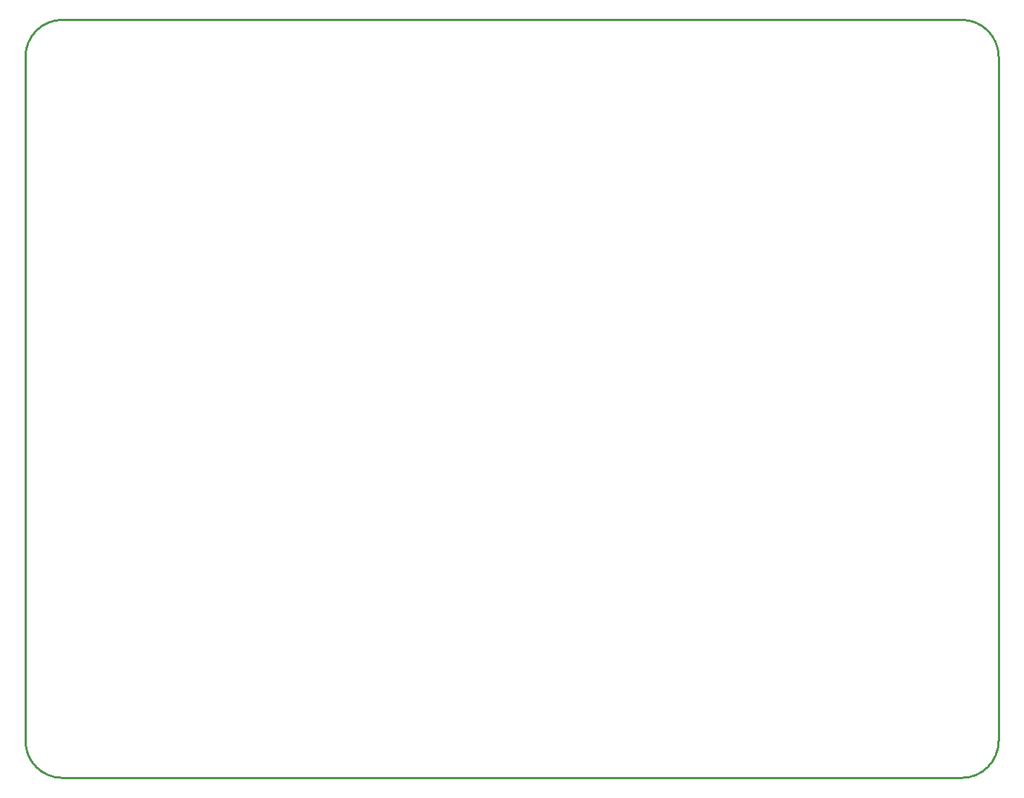
<source format=gm1>
G04 Layer_Color=16711935*
%FSLAX25Y25*%
%MOIN*%
G70*
G01*
G75*
%ADD25C,0.01000*%
D25*
X-27870Y174480D02*
G03*
X-44870Y157480I0J-17000D01*
G01*
X403054D02*
G03*
X386054Y174480I-17000J0D01*
G01*
X-44870Y-157480D02*
G03*
X-27870Y-174480I17000J0D01*
G01*
X386054D02*
G03*
X403054Y-157480I0J17000D01*
G01*
X-44870D02*
Y157480D01*
X403054D02*
X403054Y-157480D01*
X-27870Y-174480D02*
X386054D01*
X-27870Y174480D02*
X386054D01*
M02*

</source>
